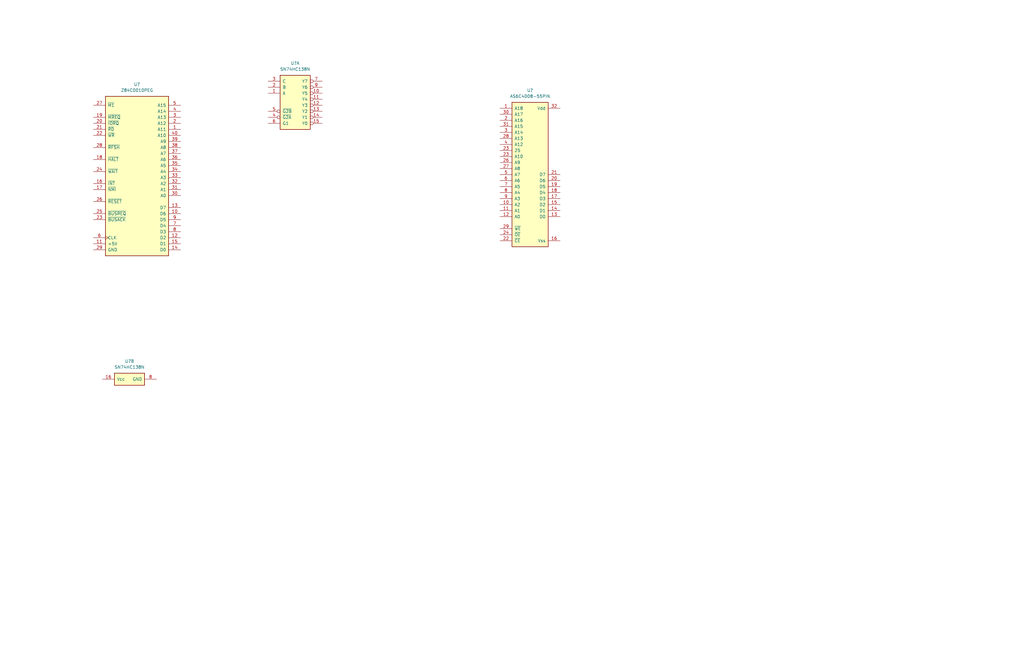
<source format=kicad_sch>
(kicad_sch (version 20211123) (generator eeschema)
  (paper "B")
  (title_block (title "MPU") (date "2023-10-11"))
  (lib_symbols
    (symbol "db-mcu:Z84C0010PEG" (pin_names (offset 1.016))
      (property "Reference" "U" (at 1.27 3.175 0))
      (property "Value" "Z84C0010PEG" (at 8.255 1.27 0))
      (symbol "Z84C0010PEG_0_1"
        (rectangle (start 0 0) (end 26.67 -67.31) (stroke (width 0.254)) (fill (type background)))
      )
      (symbol "Z84C0010PEG_1_1"
        (pin output line (at 31.75 -13.97 180) (length 5.08) (name "A11") (number "1"))
        (pin bidirectional line (at 31.75 -49.53 180) (length 5.08) (name "D6") (number "10"))
        (pin power_in line (at -5.08 -62.23 0) (length 5.08) (name "+5V") (number "11"))
        (pin bidirectional line (at 31.75 -59.69 180) (length 5.08) (name "D2") (number "12"))
        (pin bidirectional line (at 31.75 -46.99 180) (length 5.08) (name "D7") (number "13"))
        (pin bidirectional line (at 31.75 -64.77 180) (length 5.08) (name "D0") (number "14"))
        (pin bidirectional line (at 31.75 -62.23 180) (length 5.08) (name "D1") (number "15"))
        (pin input line (at -5.08 -36.83 0) (length 5.08) (name "~{INT}") (number "16"))
        (pin input line (at -5.08 -39.37 0) (length 5.08) (name "~{NMI}") (number "17"))
        (pin output line (at -5.08 -26.67 0) (length 5.08) (name "~{HALT}") (number "18"))
        (pin output line (at -5.08 -8.89 0) (length 5.08) (name "~{MREQ}") (number "19"))
        (pin output line (at 31.75 -11.43 180) (length 5.08) (name "A12") (number "2"))
        (pin output line (at -5.08 -11.43 0) (length 5.08) (name "~{IORQ}") (number "20"))
        (pin output line (at -5.08 -13.97 0) (length 5.08) (name "~{RD}") (number "21"))
        (pin output line (at -5.08 -16.51 0) (length 5.08) (name "~{WR}") (number "22"))
        (pin output line (at -5.08 -52.07 0) (length 5.08) (name "~{BUSACK}") (number "23"))
        (pin input line (at -5.08 -31.75 0) (length 5.08) (name "~{WAIT}") (number "24"))
        (pin input line (at -5.08 -49.53 0) (length 5.08) (name "~{BUSREQ}") (number "25"))
        (pin input line (at -5.08 -44.45 0) (length 5.08) (name "~{RESET}") (number "26"))
        (pin output line (at -5.08 -3.81 0) (length 5.08) (name "~{M1}") (number "27"))
        (pin output line (at -5.08 -21.59 0) (length 5.08) (name "~{RFSH}") (number "28"))
        (pin power_in line (at -5.08 -64.77 0) (length 5.08) (name "GND") (number "29"))
        (pin output line (at 31.75 -8.89 180) (length 5.08) (name "A13") (number "3"))
        (pin output line (at 31.75 -41.91 180) (length 5.08) (name "A0") (number "30"))
        (pin output line (at 31.75 -39.37 180) (length 5.08) (name "A1") (number "31"))
        (pin output line (at 31.75 -36.83 180) (length 5.08) (name "A2") (number "32"))
        (pin output line (at 31.75 -34.29 180) (length 5.08) (name "A3") (number "33"))
        (pin output line (at 31.75 -31.75 180) (length 5.08) (name "A4") (number "34"))
        (pin output line (at 31.75 -29.21 180) (length 5.08) (name "A5") (number "35"))
        (pin output line (at 31.75 -26.67 180) (length 5.08) (name "A6") (number "36"))
        (pin output line (at 31.75 -24.13 180) (length 5.08) (name "A7") (number "37"))
        (pin output line (at 31.75 -21.59 180) (length 5.08) (name "A8") (number "38"))
        (pin output line (at 31.75 -19.05 180) (length 5.08) (name "A9") (number "39"))
        (pin output line (at 31.75 -6.35 180) (length 5.08) (name "A14") (number "4"))
        (pin output line (at 31.75 -16.51 180) (length 5.08) (name "A10") (number "40"))
        (pin output line (at 31.75 -3.81 180) (length 5.08) (name "A15") (number "5"))
        (pin input clock (at -5.08 -59.69 0) (length 5.08) (name "CLK") (number "6"))
        (pin bidirectional line (at 31.75 -54.61 180) (length 5.08) (name "D4") (number "7"))
        (pin bidirectional line (at 31.75 -57.15 180) (length 5.08) (name "D3") (number "8"))
        (pin bidirectional line (at 31.75 -52.07 180) (length 5.08) (name "D5") (number "9"))
      )
    )
    (symbol "db-memory:AS6C4008-55PIN" (pin_names (offset 1.016))
      (property "Reference" "U" (at 1.27 3.175 0))
      (property "Value" "AS6C4008-55PIN" (at 10.16 1.27 0))
      (symbol "AS6C4008-55PIN_0_0"
        (pin power_in line (at 20.32 -2.54 180) (length 5.08) (name "Vdd") (number "32"))
      )
      (symbol "AS6C4008-55PIN_0_1"
        (rectangle (start 0 0) (end 15.24 -60.96) (stroke (width 0.254)) (fill (type background)))
      )
      (symbol "AS6C4008-55PIN_1_0"
        (pin power_in line (at 20.32 -58.42 180) (length 5.08) (name "Vss") (number "16"))
      )
      (symbol "AS6C4008-55PIN_1_1"
        (pin input line (at -5.08 -2.54 0) (length 5.08) (name "A18") (number "1"))
        (pin input line (at -5.08 -43.18 0) (length 5.08) (name "A2") (number "10"))
        (pin input line (at -5.08 -45.72 0) (length 5.08) (name "A1") (number "11"))
        (pin input line (at -5.08 -48.26 0) (length 5.08) (name "A0") (number "12"))
        (pin tri_state line (at 20.32 -48.26 180) (length 5.08) (name "D0") (number "13"))
        (pin tri_state line (at 20.32 -45.72 180) (length 5.08) (name "D1") (number "14"))
        (pin tri_state line (at 20.32 -43.18 180) (length 5.08) (name "D2") (number "15"))
        (pin tri_state line (at 20.32 -40.64 180) (length 5.08) (name "D3") (number "17"))
        (pin tri_state line (at 20.32 -38.1 180) (length 5.08) (name "D4") (number "18"))
        (pin tri_state line (at 20.32 -35.56 180) (length 5.08) (name "D5") (number "19"))
        (pin input line (at -5.08 -7.62 0) (length 5.08) (name "A16") (number "2"))
        (pin tri_state line (at 20.32 -33.02 180) (length 5.08) (name "D6") (number "20"))
        (pin tri_state line (at 20.32 -30.48 180) (length 5.08) (name "D7") (number "21"))
        (pin input line (at -5.08 -58.42 0) (length 5.08) (name "~{CE}") (number "22"))
        (pin input line (at -5.08 -20.32 0) (length 5.08) (name "25") (number "23"))
        (pin input line (at -5.08 -22.86 0) (length 5.08) (name "A10") (number "23"))
        (pin input line (at -5.08 -55.88 0) (length 5.08) (name "~{OE}") (number "24"))
        (pin input line (at -5.08 -25.4 0) (length 5.08) (name "A9") (number "26"))
        (pin input line (at -5.08 -27.94 0) (length 5.08) (name "A8") (number "27"))
        (pin input line (at -5.08 -15.24 0) (length 5.08) (name "A13") (number "28"))
        (pin input line (at -5.08 -53.34 0) (length 5.08) (name "~{WE}") (number "29"))
        (pin input line (at -5.08 -12.7 0) (length 5.08) (name "A14") (number "3"))
        (pin input line (at -5.08 -5.08 0) (length 5.08) (name "A17") (number "30"))
        (pin input line (at -5.08 -10.16 0) (length 5.08) (name "A15") (number "31"))
        (pin input line (at -5.08 -17.78 0) (length 5.08) (name "A12") (number "4"))
        (pin input line (at -5.08 -30.48 0) (length 5.08) (name "A7") (number "5"))
        (pin input line (at -5.08 -33.02 0) (length 5.08) (name "A6") (number "6"))
        (pin input line (at -5.08 -35.56 0) (length 5.08) (name "A5") (number "7"))
        (pin input line (at -5.08 -38.1 0) (length 5.08) (name "A4") (number "8"))
        (pin input line (at -5.08 -40.64 0) (length 5.08) (name "A3") (number "9"))
      )
    )
    (symbol "db-sem:SN74HC138N" (pin_names (offset 1.016))
      (property "Reference" "U" (at 1.27 3.81 0))
      (property "Value" "SN74HC138N" (at 6.35 1.27 0))
      (symbol "SN74HC138N_1_1"
        (rectangle (start 0 0) (end 12.7 -22.86) (stroke (width 0.254)) (fill (type background)))
        (pin input line (at -5.08 -7.62 0) (length 5.08) (name "A") (number "1"))
        (pin output inverted (at 17.78 -7.62 180) (length 5.08) (name "Y5") (number "10"))
        (pin output inverted (at 17.78 -10.16 180) (length 5.08) (name "Y4") (number "11"))
        (pin output inverted (at 17.78 -12.7 180) (length 5.08) (name "Y3") (number "12"))
        (pin output inverted (at 17.78 -15.24 180) (length 5.08) (name "Y2") (number "13"))
        (pin output inverted (at 17.78 -17.78 180) (length 5.08) (name "Y1") (number "14"))
        (pin output inverted (at 17.78 -20.32 180) (length 5.08) (name "Y0") (number "15"))
        (pin input line (at -5.08 -5.08 0) (length 5.08) (name "B") (number "2"))
        (pin input line (at -5.08 -2.54 0) (length 5.08) (name "C") (number "3"))
        (pin input inverted (at -5.08 -17.78 0) (length 5.08) (name "~{G2A}") (number "4"))
        (pin input inverted (at -5.08 -15.24 0) (length 5.08) (name "~{G2B}") (number "5"))
        (pin input line (at -5.08 -20.32 0) (length 5.08) (name "G1") (number "6"))
        (pin output inverted (at 17.78 -2.54 180) (length 5.08) (name "Y7") (number "7"))
        (pin output inverted (at 17.78 -5.08 180) (length 5.08) (name "Y6") (number "9"))
      )
      (symbol "SN74HC138N_2_1"
        (rectangle (start 0 0) (end 12.7 -5.08) (stroke (width 0.254)) (fill (type background)))
        (pin power_in line (at -5.08 -2.54 0) (length 5.08) (name "Vcc") (number "16"))
        (pin power_in line (at 17.78 -2.54 180) (length 5.08) (name "GND") (number "8"))
      )
    )
  )
  (symbol (lib_id "db-sem:SN74HC138N") (at 48.26 157.48 0) (unit 2)
    (property "Reference" "U?" (at 54.61 152.4 0))
    (property "Value" "SN74HC138N" (at 54.61 154.94 0))
    (property "Footprint" "db-thparts:DIP-16-300MIL" (effects hide))
    (property "Datasheet" "https://www.ti.com/lit/ds/scls107g/scls107g.pdf" (effects hide))
    (property "Digikey" "296-1575-5-ND" (effects hide))
    (property "Description" "IC DECODER/DEMUX 1X3:8 16DIP" (effects hide))
  )
  (symbol (lib_id "db-memory:AS6C4008-55PIN") (at 215.9 43.18 0) (unit 1)
    (property "Reference" "U?" (at 223.52 38.1 0))
    (property "Value" "AS6C4008-55PIN" (at 223.52 40.64 0))
    (property "Footprint" "db-thparts:DIP-32-600MIL" (effects hide))
    (property "Datasheet" "https://www.alliancememory.com/wp-content/uploads/pdf/AS6C4008.pdf" (effects hide))
    (property "Digikey" "1450-1178-5-ND" (effects hide))
    (property "Description" "IC SRAM 4MBIT PARALLEL 32DIP" (effects hide))
  )
  (symbol (lib_id "db-mcu:Z84C0010PEG") (at 44.45 40.64 0) (unit 1)
    (property "Reference" "U?" (at 57.785 35.56 0))
    (property "Value" "Z84C0010PEG" (at 57.785 38.1 0))
    (property "Footprint" "db-thparts:DIP-40-600MIL" (effects hide))
    (property "Datasheet" "http://www.zilog.com/docs/z80/ps0178.pdf" (effects hide))
    (property "Digikey" "269-3898-ND" (effects hide))
    (property "Description" "IC MPU Z80 10MHZ 40DIP" (effects hide))
  )
  (symbol (lib_id "db-sem:SN74HC138N") (at 118.11 31.75 0) (unit 1)
    (property "Reference" "U?" (at 124.46 26.67 0))
    (property "Value" "SN74HC138N" (at 124.46 29.21 0))
    (property "Footprint" "db-thparts:DIP-16-300MIL" (effects hide))
    (property "Datasheet" "https://www.ti.com/lit/ds/scls107g/scls107g.pdf" (effects hide))
    (property "Digikey" "296-1575-5-ND" (effects hide))
    (property "Description" "IC DECODER/DEMUX 1X3:8 16DIP" (effects hide))
  )
)
</source>
